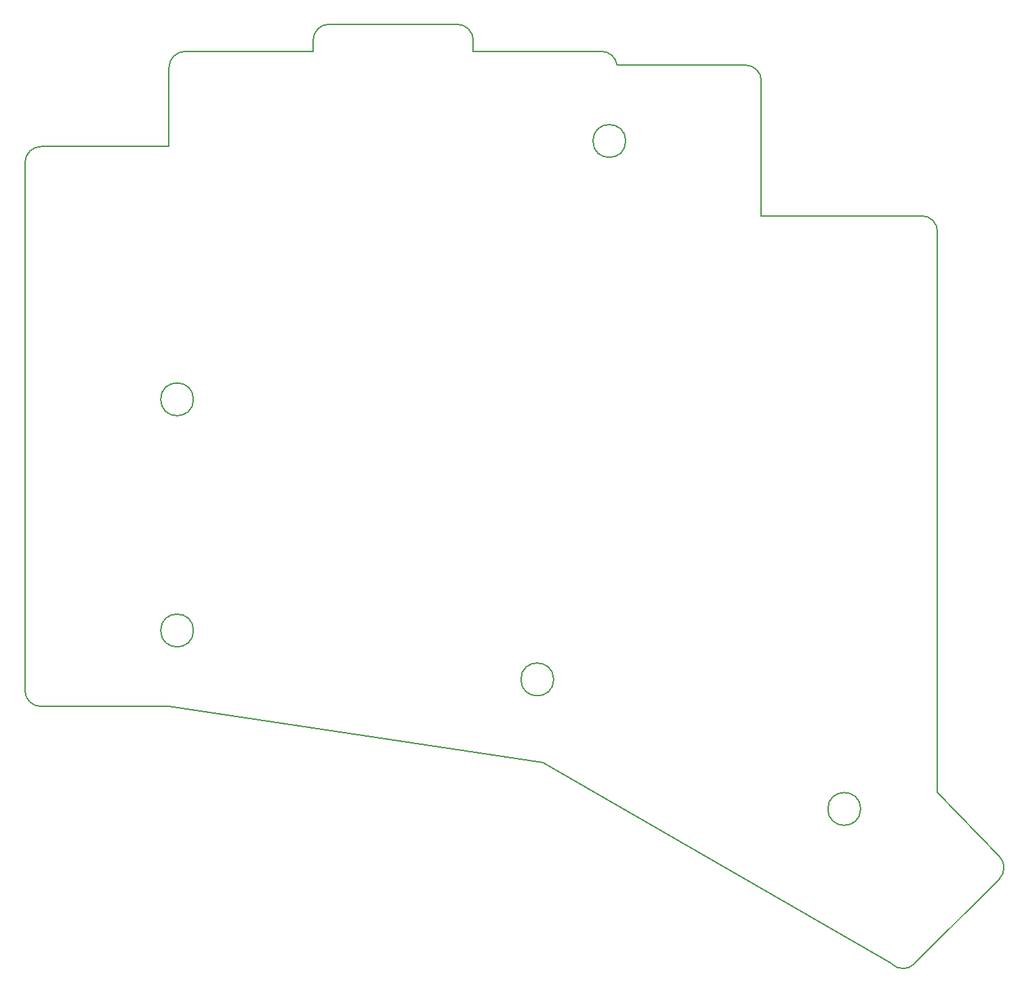
<source format=gm1>
%TF.GenerationSoftware,KiCad,Pcbnew,8.0.2*%
%TF.CreationDate,2024-05-30T16:07:25+01:00*%
%TF.ProjectId,board,626f6172-642e-46b6-9963-61645f706362,0.3*%
%TF.SameCoordinates,Original*%
%TF.FileFunction,Profile,NP*%
%FSLAX46Y46*%
G04 Gerber Fmt 4.6, Leading zero omitted, Abs format (unit mm)*
G04 Created by KiCad (PCBNEW 8.0.2) date 2024-05-30 16:07:25*
%MOMM*%
%LPD*%
G01*
G04 APERTURE LIST*
%TA.AperFunction,Profile*%
%ADD10C,0.150000*%
%TD*%
G04 APERTURE END LIST*
D10*
X26000000Y73800000D02*
G75*
G02*
X28000000Y75800000I2000000J0D01*
G01*
X62000000Y72400000D02*
G75*
G02*
X63977391Y70699872I0J-2000000D01*
G01*
X80000000Y70700000D02*
G75*
G02*
X82000000Y68700000I0J-2000000D01*
G01*
X26000000Y73800000D02*
X26000000Y72400000D01*
X56050000Y-6120000D02*
G75*
G02*
X51950000Y-6120000I-2050000J0D01*
G01*
X51950000Y-6120000D02*
G75*
G02*
X56050000Y-6120000I2050000J0D01*
G01*
X8000000Y70400000D02*
X8000000Y60500000D01*
X98288831Y-41686665D02*
X54707107Y-16524745D01*
X101117258Y-41686664D02*
G75*
G02*
X98288787Y-41686709I-1414258J1414164D01*
G01*
X11050000Y0D02*
G75*
G02*
X6950000Y0I-2050000J0D01*
G01*
X6950000Y0D02*
G75*
G02*
X11050000Y0I2050000J0D01*
G01*
X-8000000Y-9500000D02*
X8000000Y-9500000D01*
X102000000Y51850000D02*
G75*
G02*
X104000000Y49850000I0J-2000000D01*
G01*
X8000000Y70400000D02*
G75*
G02*
X10000000Y72400000I2000000J0D01*
G01*
X65050000Y61200000D02*
G75*
G02*
X60950000Y61200000I-2050000J0D01*
G01*
X60950000Y61200000D02*
G75*
G02*
X65050000Y61200000I2050000J0D01*
G01*
X101117258Y-41686665D02*
X111723860Y-31080063D01*
X26000000Y72400000D02*
X10000000Y72400000D01*
X94399134Y-22311939D02*
G75*
G02*
X90299134Y-22311939I-2050000J0D01*
G01*
X90299134Y-22311939D02*
G75*
G02*
X94399134Y-22311939I2050000J0D01*
G01*
X-10000000Y58500000D02*
G75*
G02*
X-8000000Y60500000I1999999J1D01*
G01*
X111723859Y-28251637D02*
G75*
G02*
X111723859Y-31080063I-1414209J-1414213D01*
G01*
X-8000000Y-9500000D02*
G75*
G02*
X-10000000Y-7500000I-1J1999999D01*
G01*
X82000000Y51850000D02*
X82000000Y68700000D01*
X8000000Y60500000D02*
X-8000000Y60500000D01*
X80000000Y70700000D02*
X64000000Y70700000D01*
X44000000Y75800000D02*
X28000000Y75800000D01*
X54707107Y-16524745D02*
X8000000Y-9500000D01*
X104000000Y-20208734D02*
X104000000Y49850000D01*
X62000000Y72400000D02*
X46000000Y72400000D01*
X63977391Y70699872D02*
G75*
G02*
X64000000Y70700000I22609J-1996572D01*
G01*
X11050000Y28900000D02*
G75*
G02*
X6950000Y28900000I-2050000J0D01*
G01*
X6950000Y28900000D02*
G75*
G02*
X11050000Y28900000I2050000J0D01*
G01*
X44000000Y75800000D02*
G75*
G02*
X46000000Y73800000I0J-2000000D01*
G01*
X-10000000Y-7500000D02*
X-10000000Y58500000D01*
X46000000Y72400000D02*
X46000000Y73800000D01*
X104000000Y-20208734D02*
X111723860Y-28251636D01*
X102000000Y51850000D02*
X82000000Y51850000D01*
M02*

</source>
